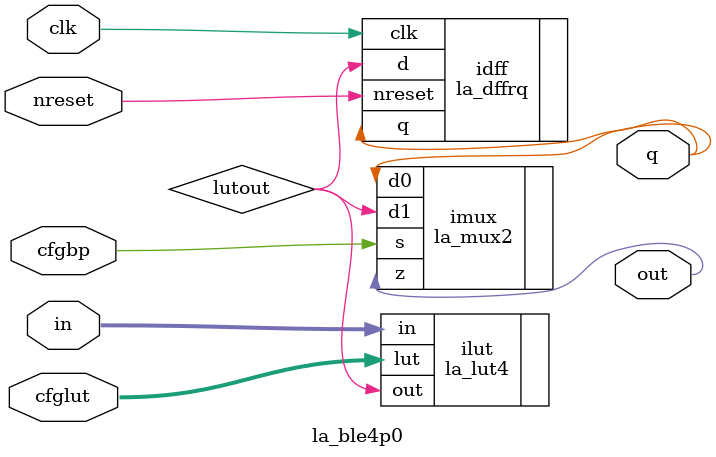
<source format=v>
/*****************************************************************************
 * Function: Basic Logic Element (LUT4, Part#0)
 * Copyright: Lambda Project Authors. All rights Reserved.
 * License:  MIT (see LICENSE file in Lambda repository)
 *****************************************************************************
 *
 * Documentation:
 *
 * Basic FPGA logic element consisting of LUT4, a flip-flop with async reset,
 * and mux.
 *
 * Testing:
 *
 * >> iverilog la_ble4p0.v -DTB_LA_BLE4P0 -y . -y ../../stdlib/rtl
 * >> ./a.out
 *
 *
 ****************************************************************************/

module la_ble4p0
  #(parameter PROP  = "DEFAULT" //  implementation selector
    )
   (// logic
    input        clk, // clock
    input        nreset,// async active low reset
    input [3:0]  in, // input
    output       q, // reg output
    output       out, // mux output
    //config
    input [15:0] cfglut,// lookup table
    input        cfgbp // 1: bypass register
    );

   wire          lutout;

   la_lut4  ilut(.out(lutout), .in (in[3:0]), .lut(cfglut[15:0]));
   la_dffrq idff(.q(q), .d(lutout), .clk(clk), .nreset(nreset));
   la_mux2  imux(.z(out), .d0(q), .d1(lutout), .s(cfgbp));

endmodule

`ifdef TB_LA_BLE4P0

module tb();

   localparam PERIOD = 2;
   localparam TIMEOUT = PERIOD * 33;

   reg        clk;
   reg        nreset;
   reg [3:0]  in;
   reg [15:0] cfglut;
   reg        cfgbp;
   wire       out;

   // control block
   initial
     begin
        $timeformat(-9, 0, " ns", 20);
        $dumpfile("dump.vcd");
        $dumpvars(0, tb);
        #(TIMEOUT)
        $finish;
     end

   // test program
   initial
     begin
        #(1)
        nreset = 'b0;
        clk = 'b0;
        cfgbp = 1'b1;
        #(1)
        $display("---- AND GATE ----");
        nreset = 'b1;
        cfglut = 16'h8000; // 4 input and gate
        #(PERIOD * 16)
        $display("---- OR GATE ----");
        cfglut = 16'hFFFE; // 4 input or gate
     end

   // clk
   always
     #(PERIOD/2) clk = ~clk;

   // counter to cycle through stimulus
   always @ (posedge clk or negedge nreset)
     if (~nreset)
       in <= 'b0;
     else
       in <= in + 1'b1;

   always @ (posedge clk)
     if (nreset)
       $display("lut=%h, sel=%b, in=%b, out=%b, q=%b", cfglut, cfgbp, in, out, q);

   // dut
   la_ble4p0
     la_ble (/*AUTOINST*/
             // Outputs
             .q                 (q),
             .out               (out),
             // Inputs
             .clk               (clk),
             .nreset            (nreset),
             .in                (in[3:0]),
             .cfglut            (cfglut[15:0]),
             .cfgbp             (cfgbp));

endmodule

`endif

</source>
